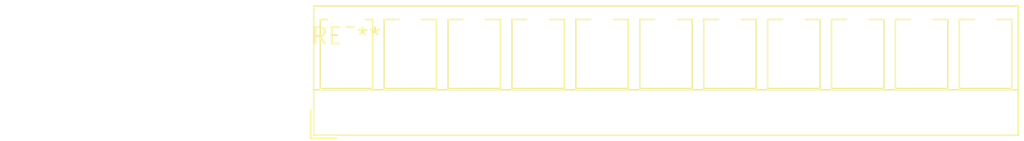
<source format=kicad_pcb>
(kicad_pcb (version 20240108) (generator pcbnew)
  (layers (0 "F.Cu" signal) (31 "B.Cu" signal) (34 "B.Paste" user) (35 "F.Paste" user) (36 "B.SilkS" user "B.Silkscreen") (37 "F.SilkS" user "F.Silkscreen") (38 "B.Mask" user) (39 "F.Mask" user) (44 "Edge.Cuts" user))
  (net 0 "")
  (footprint "TerminalBlock_RND_205-00285_1x11_P5.00mm_Vertical" (layer "F.Cu") (at 0 0)
    (property "Reference" "REF**")
    (property "Value" "TerminalBlock_RND_205-00285_1x11_P5.00mm_Vertical")
    (fp_line (start -2.8 5.76) (end -2.8 8) (layer "F.SilkS") (stroke (width 0.12)))
    (fp_line (start -2.8 8) (end -0.8 8) (layer "F.SilkS") (stroke (width 0.12)))
    (fp_line (start -2.56 -2.36) (end -2.56 7.76) (layer "F.SilkS") (stroke (width 0.12)))
    (fp_line (start -2.56 -2.36) (end 52.56 -2.36) (layer "F.SilkS") (stroke (width 0.12)))
    (fp_line (start -2.56 4.2) (end 52.56 4.2) (layer "F.SilkS") (stroke (width 0.12)))
    (fp_line (start -2.56 7.76) (end 52.56 7.76) (layer "F.SilkS") (stroke (width 0.12)))
    (fp_line (start -2.05 -1.3) (end -2.05 4.1) (layer "F.SilkS") (stroke (width 0.12)))
    (fp_line (start -2.05 -1.3) (end -1.49 -1.3) (layer "F.SilkS") (stroke (width 0.12)))
    (fp_line (start -2.05 4.1) (end 2.05 4.1) (layer "F.SilkS") (stroke (width 0.12)))
    (fp_line (start 1.49 -1.3) (end 2.05 -1.3) (layer "F.SilkS") (stroke (width 0.12)))
    (fp_line (start 2.05 -1.3) (end 2.05 4.1) (layer "F.SilkS") (stroke (width 0.12)))
    (fp_line (start 2.95 -1.3) (end 2.95 4.1) (layer "F.SilkS") (stroke (width 0.12)))
    (fp_line (start 2.95 -1.3) (end 4.117 -1.3) (layer "F.SilkS") (stroke (width 0.12)))
    (fp_line (start 2.95 4.1) (end 7.05 4.1) (layer "F.SilkS") (stroke (width 0.12)))
    (fp_line (start 5.884 -1.3) (end 7.05 -1.3) (layer "F.SilkS") (stroke (width 0.12)))
    (fp_line (start 7.05 -1.3) (end 7.05 4.1) (layer "F.SilkS") (stroke (width 0.12)))
    (fp_line (start 7.95 -1.3) (end 7.95 4.1) (layer "F.SilkS") (stroke (width 0.12)))
    (fp_line (start 7.95 -1.3) (end 9.117 -1.3) (layer "F.SilkS") (stroke (width 0.12)))
    (fp_line (start 7.95 4.1) (end 12.05 4.1) (layer "F.SilkS") (stroke (width 0.12)))
    (fp_line (start 10.884 -1.3) (end 12.05 -1.3) (layer "F.SilkS") (stroke (width 0.12)))
    (fp_line (start 12.05 -1.3) (end 12.05 4.1) (layer "F.SilkS") (stroke (width 0.12)))
    (fp_line (start 12.95 -1.3) (end 12.95 4.1) (layer "F.SilkS") (stroke (width 0.12)))
    (fp_line (start 12.95 -1.3) (end 14.117 -1.3) (layer "F.SilkS") (stroke (width 0.12)))
    (fp_line (start 12.95 4.1) (end 17.05 4.1) (layer "F.SilkS") (stroke (width 0.12)))
    (fp_line (start 15.884 -1.3) (end 17.05 -1.3) (layer "F.SilkS") (stroke (width 0.12)))
    (fp_line (start 17.05 -1.3) (end 17.05 4.1) (layer "F.SilkS") (stroke (width 0.12)))
    (fp_line (start 17.95 -1.3) (end 17.95 4.1) (layer "F.SilkS") (stroke (width 0.12)))
    (fp_line (start 17.95 -1.3) (end 19.117 -1.3) (layer "F.SilkS") (stroke (width 0.12)))
    (fp_line (start 17.95 4.1) (end 22.05 4.1) (layer "F.SilkS") (stroke (width 0.12)))
    (fp_line (start 20.884 -1.3) (end 22.05 -1.3) (layer "F.SilkS") (stroke (width 0.12)))
    (fp_line (start 22.05 -1.3) (end 22.05 4.1) (layer "F.SilkS") (stroke (width 0.12)))
    (fp_line (start 22.95 -1.3) (end 22.95 4.1) (layer "F.SilkS") (stroke (width 0.12)))
    (fp_line (start 22.95 -1.3) (end 24.117 -1.3) (layer "F.SilkS") (stroke (width 0.12)))
    (fp_line (start 22.95 4.1) (end 27.05 4.1) (layer "F.SilkS") (stroke (width 0.12)))
    (fp_line (start 25.884 -1.3) (end 27.05 -1.3) (layer "F.SilkS") (stroke (width 0.12)))
    (fp_line (start 27.05 -1.3) (end 27.05 4.1) (layer "F.SilkS") (stroke (width 0.12)))
    (fp_line (start 27.95 -1.3) (end 27.95 4.1) (layer "F.SilkS") (stroke (width 0.12)))
    (fp_line (start 27.95 -1.3) (end 29.117 -1.3) (layer "F.SilkS") (stroke (width 0.12)))
    (fp_line (start 27.95 4.1) (end 32.05 4.1) (layer "F.SilkS") (stroke (width 0.12)))
    (fp_line (start 30.884 -1.3) (end 32.05 -1.3) (layer "F.SilkS") (stroke (width 0.12)))
    (fp_line (start 32.05 -1.3) (end 32.05 4.1) (layer "F.SilkS") (stroke (width 0.12)))
    (fp_line (start 32.95 -1.3) (end 32.95 4.1) (layer "F.SilkS") (stroke (width 0.12)))
    (fp_line (start 32.95 -1.3) (end 34.117 -1.3) (layer "F.SilkS") (stroke (width 0.12)))
    (fp_line (start 32.95 4.1) (end 37.05 4.1) (layer "F.SilkS") (stroke (width 0.12)))
    (fp_line (start 35.884 -1.3) (end 37.05 -1.3) (layer "F.SilkS") (stroke (width 0.12)))
    (fp_line (start 37.05 -1.3) (end 37.05 4.1) (layer "F.SilkS") (stroke (width 0.12)))
    (fp_line (start 37.95 -1.3) (end 37.95 4.1) (layer "F.SilkS") (stroke (width 0.12)))
    (fp_line (start 37.95 -1.3) (end 39.117 -1.3) (layer "F.SilkS") (stroke (width 0.12)))
    (fp_line (start 37.95 4.1) (end 42.05 4.1) (layer "F.SilkS") (stroke (width 0.12)))
    (fp_line (start 40.884 -1.3) (end 42.05 -1.3) (layer "F.SilkS") (stroke (width 0.12)))
    (fp_line (start 42.05 -1.3) (end 42.05 4.1) (layer "F.SilkS") (stroke (width 0.12)))
    (fp_line (start 42.95 -1.3) (end 42.95 4.1) (layer "F.SilkS") (stroke (width 0.12)))
    (fp_line (start 42.95 -1.3) (end 44.117 -1.3) (layer "F.SilkS") (stroke (width 0.12)))
    (fp_line (start 42.95 4.1) (end 47.05 4.1) (layer "F.SilkS") (stroke (width 0.12)))
    (fp_line (start 45.884 -1.3) (end 47.05 -1.3) (layer "F.SilkS") (stroke (width 0.12)))
    (fp_line (start 47.05 -1.3) (end 47.05 4.1) (layer "F.SilkS") (stroke (width 0.12)))
    (fp_line (start 47.95 -1.3) (end 47.95 4.1) (layer "F.SilkS") (stroke (width 0.12)))
    (fp_line (start 47.95 -1.3) (end 49.117 -1.3) (layer "F.SilkS") (stroke (width 0.12)))
    (fp_line (start 47.95 4.1) (end 52.05 4.1) (layer "F.SilkS") (stroke (width 0.12)))
    (fp_line (start 50.884 -1.3) (end 52.05 -1.3) (layer "F.SilkS") (stroke (width 0.12)))
    (fp_line (start 52.05 -1.3) (end 52.05 4.1) (layer "F.SilkS") (stroke (width 0.12)))
    (fp_line (start 52.56 -2.36) (end 52.56 7.76) (layer "F.SilkS") (stroke (width 0.12)))
    (pad "1" thru_hole rect (at 0 0) (size 2.5 2.5) (drill 1.3) (layers *.Cu *.Mask) (remove_unused_layers))
    (pad "2" thru_hole circle (at 5 0) (size 2.5 2.5) (drill 1.3) (layers *.Cu *.Mask) (remove_unused_layers))
    (pad "3" thru_hole circle (at 10 0) (size 2.5 2.5) (drill 1.3) (layers *.Cu *.Mask) (remove_unused_layers))
    (pad "4" thru_hole circle (at 15 0) (size 2.5 2.5) (drill 1.3) (layers *.Cu *.Mask) (remove_unused_layers))
    (pad "5" thru_hole circle (at 20 0) (size 2.5 2.5) (drill 1.3) (layers *.Cu *.Mask) (remove_unused_layers))
    (pad "6" thru_hole circle (at 25 0) (size 2.5 2.5) (drill 1.3) (layers *.Cu *.Mask) (remove_unused_layers))
    (pad "7" thru_hole circle (at 30 0) (size 2.5 2.5) (drill 1.3) (layers *.Cu *.Mask) (remove_unused_layers))
    (pad "8" thru_hole circle (at 35 0) (size 2.5 2.5) (drill 1.3) (layers *.Cu *.Mask) (remove_unused_layers))
    (pad "9" thru_hole circle (at 40 0) (size 2.5 2.5) (drill 1.3) (layers *.Cu *.Mask) (remove_unused_layers))
    (pad "10" thru_hole circle (at 45 0) (size 2.5 2.5) (drill 1.3) (layers *.Cu *.Mask) (remove_unused_layers))
    (pad "11" thru_hole circle (at 50 0) (size 2.5 2.5) (drill 1.3) (layers *.Cu *.Mask) (remove_unused_layers))
  )
)
</source>
